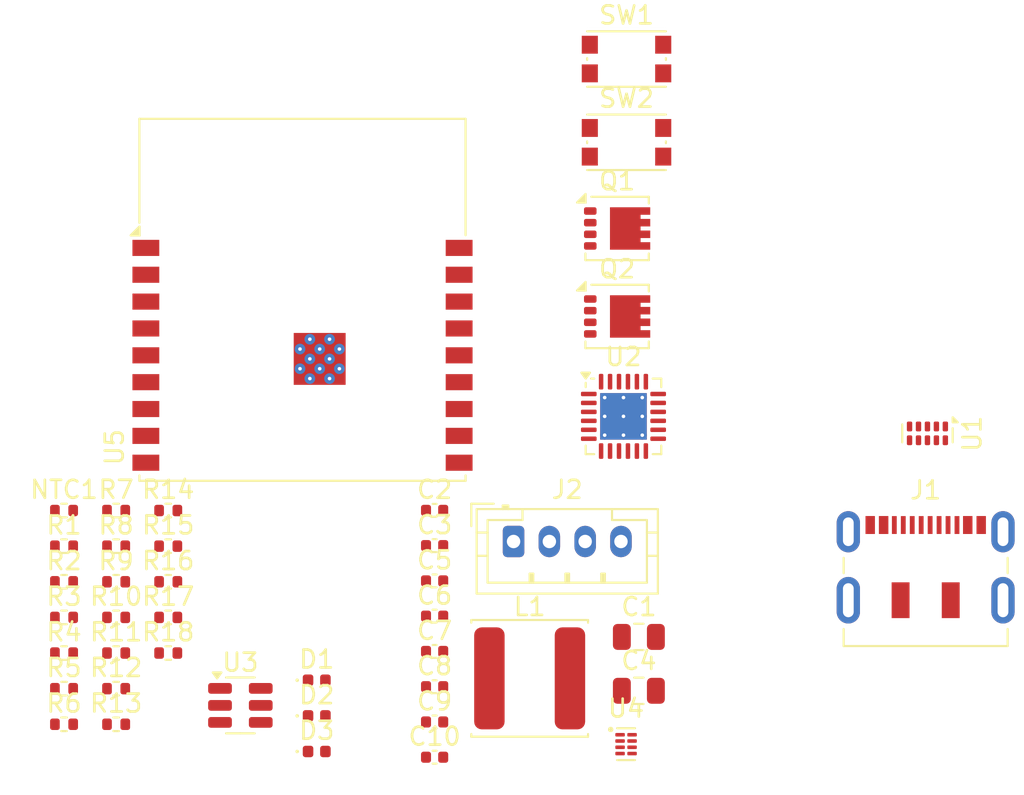
<source format=kicad_pcb>
(kicad_pcb (version 20240108) (generator "pcbnew") (generator_version "8.0")
  (layers (0 "F.Cu" signal) (31 "B.Cu" signal) (34 "B.Paste" user) (35 "F.Paste" user) (36 "B.SilkS" user "B.Silkscreen") (37 "F.SilkS" user "F.Silkscreen") (38 "B.Mask" user) (39 "F.Mask" user) (44 "Edge.Cuts" user))
  (net 0 "")
  (net 1 "Net-(U2-ISENP)")
  (net 2 "GND")
  (net 3 "Net-(U2-V18)")
  (net 4 "Net-(U2-IFB)")
  (net 5 "VCC")
  (net 6 "+5V")
  (net 7 "Net-(U4-EN)")
  (net 8 "+3V3")
  (net 9 "Net-(U3-SW)")
  (net 10 "Net-(U3-BST)")
  (net 11 "Net-(U5-EN)")
  (net 12 "Net-(D1-A)")
  (net 13 "Net-(D2-A)")
  (net 14 "Net-(D3-A)")
  (net 15 "Net-(J1-CC2)")
  (net 16 "Net-(U1-IO3)")
  (net 17 "Net-(U1-IO4)")
  (net 18 "Net-(J1-CC1)")
  (net 19 "RX")
  (net 20 "TX")
  (net 23 "Net-(U2-OTP)")
  (net 24 "Net-(Q1-D)")
  (net 25 "Net-(U2-VCC)")
  (net 26 "Net-(Q1-G)")
  (net 27 "D-")
  (net 28 "D+")
  (net 29 "Net-(U2-PWR_EN)")
  (net 30 "Net-(U2-LED)")
  (net 31 "Net-(U2-VOUT)")
  (net 32 "Net-(U2-SDA)")
  (net 33 "Net-(U2-SCL)")
  (net 34 "Net-(U4-SCL1)")
  (net 35 "Net-(U4-SDA1)")
  (net 36 "Net-(U5-IO2)")
  (net 37 "Net-(U5-IO8)")
  (net 38 "Net-(U5-IO9)")
  (footprint "Resistor_SMD:R_0402_1005Metric" (layer "F.Cu") (at 119.09 99.385)
    (property "Reference" "R18" (at 0 -1.17 0) (layer "F.SilkS"))
    (property "Value" "100k")
    (fp_line (start -0.153641 -0.38) (end 0.153641 -0.38) (stroke (width 0.12)) (layer "F.SilkS"))
    (fp_line (start -0.153641 0.38) (end 0.153641 0.38) (stroke (width 0.12)) (layer "F.SilkS"))
    (pad "1" smd roundrect (at -0.51 0) (size 0.54 0.64) (layers "F.Cu" "F.Paste" "F.Mask") (net 37 "Net-(U5-IO8)"))
    (pad "2" smd roundrect (at 0.51 0) (size 0.54 0.64) (layers "F.Cu" "F.Paste" "F.Mask") (net 8 "+3V3"))
  )
  (footprint "LED_SMD:LED_0402_1005Metric" (layer "F.Cu") (at 127.385 100.905)
    (property "Reference" "D1" (at 0 -1.17 0) (layer "F.SilkS"))
    (property "Value" "LED_Small")
    (fp_circle (center -1.09 0) (end -1.04 0) (stroke (width 0.1)) (fill none) (layer "F.SilkS"))
    (pad "1" smd roundrect (at -0.485 0) (size 0.59 0.64) (layers "F.Cu" "F.Paste" "F.Mask") (net 2 "GND"))
    (pad "2" smd roundrect (at 0.485 0) (size 0.59 0.64) (layers "F.Cu" "F.Paste" "F.Mask") (net 12 "Net-(D1-A)"))
  )
  (footprint "Capacitor_SMD:C_0805_2012Metric" (layer "F.Cu") (at 145.38 98.485)
    (property "Reference" "C1" (at 0 -1.68 0) (layer "F.SilkS"))
    (property "Value" "10u")
    (fp_line (start -0.261252 -0.735) (end 0.261252 -0.735) (stroke (width 0.12)) (layer "F.SilkS"))
    (fp_line (start -0.261252 0.735) (end 0.261252 0.735) (stroke (width 0.12)) (layer "F.SilkS"))
    (pad "1" smd roundrect (at -0.95 0) (size 1 1.45) (layers "F.Cu" "F.Paste" "F.Mask") (net 1 "Net-(U2-ISENP)"))
    (pad "2" smd roundrect (at 0.95 0) (size 1 1.45) (layers "F.Cu" "F.Paste" "F.Mask") (net 2 "GND"))
  )
  (footprint "Resistor_SMD:R_0402_1005Metric" (layer "F.Cu") (at 116.18 93.415)
    (property "Reference" "R8" (at 0 -1.17 0) (layer "F.SilkS"))
    (property "Value" "1k")
    (fp_line (start -0.153641 -0.38) (end 0.153641 -0.38) (stroke (width 0.12)) (layer "F.SilkS"))
    (fp_line (start -0.153641 0.38) (end 0.153641 0.38) (stroke (width 0.12)) (layer "F.SilkS"))
    (pad "1" smd roundrect (at -0.51 0) (size 0.54 0.64) (layers "F.Cu" "F.Paste" "F.Mask") (net 30 "Net-(U2-LED)"))
    (pad "2" smd roundrect (at 0.51 0) (size 0.54 0.64) (layers "F.Cu" "F.Paste" "F.Mask") (net 13 "Net-(D2-A)"))
  )
  (footprint "Capacitor_SMD:C_0402_1005Metric" (layer "F.Cu") (at 133.97 103.235)
    (property "Reference" "C9" (at 0 -1.16 0) (layer "F.SilkS"))
    (property "Value" "22u")
    (fp_line (start -0.107836 -0.36) (end 0.107836 -0.36) (stroke (width 0.12)) (layer "F.SilkS"))
    (fp_line (start -0.107836 0.36) (end 0.107836 0.36) (stroke (width 0.12)) (layer "F.SilkS"))
    (pad "1" smd roundrect (at -0.48 0) (size 0.56 0.62) (layers "F.Cu" "F.Paste" "F.Mask") (net 8 "+3V3"))
    (pad "2" smd roundrect (at 0.48 0) (size 0.56 0.62) (layers "F.Cu" "F.Paste" "F.Mask") (net 2 "GND"))
  )
  (footprint "Resistor_SMD:R_0402_1005Metric" (layer "F.Cu") (at 116.18 99.385)
    (property "Reference" "R11" (at 0 -1.17 0) (layer "F.SilkS"))
    (property "Value" "2.2k")
    (fp_line (start -0.153641 -0.38) (end 0.153641 -0.38) (stroke (width 0.12)) (layer "F.SilkS"))
    (fp_line (start -0.153641 0.38) (end 0.153641 0.38) (stroke (width 0.12)) (layer "F.SilkS"))
    (pad "1" smd roundrect (at -0.51 0) (size 0.54 0.64) (layers "F.Cu" "F.Paste" "F.Mask") (net 6 "+5V"))
    (pad "2" smd roundrect (at 0.51 0) (size 0.54 0.64) (layers "F.Cu" "F.Paste" "F.Mask") (net 33 "Net-(U2-SCL)"))
  )
  (footprint "Package_DFN_QFN:WQFN-24-1EP_4x4mm_P0.5mm_EP2.6x2.6mm_ThermalVias" (layer "F.Cu") (at 144.52 86.165)
    (property "Reference" "U2" (at 0 -3.33 0) (layer "F.SilkS"))
    (property "Value" "AP33772S")
    (fp_line (start -2.11 -1.635) (end -2.11 -1.87) (stroke (width 0.12)) (layer "F.SilkS"))
    (fp_line (start -2.11 2.11) (end -2.11 1.635) (stroke (width 0.12)) (layer "F.SilkS"))
    (fp_line (start -1.635 -2.11) (end -1.81 -2.11) (stroke (width 0.12)) (layer "F.SilkS"))
    (fp_line (start -1.635 2.11) (end -2.11 2.11) (stroke (width 0.12)) (layer "F.SilkS"))
    (fp_line (start 1.635 -2.11) (end 2.11 -2.11) (stroke (width 0.12)) (layer "F.SilkS"))
    (fp_line (start 1.635 2.11) (end 2.11 2.11) (stroke (width 0.12)) (layer "F.SilkS"))
    (fp_line (start 2.11 -2.11) (end 2.11 -1.635) (stroke (width 0.12)) (layer "F.SilkS"))
    (fp_line (start 2.11 2.11) (end 2.11 1.635) (stroke (width 0.12)) (layer "F.SilkS"))
    (fp_poly (pts (xy -2.11 -2.11) (xy -2.35 -2.44) (xy -1.87 -2.44) (xy -2.11 -2.11)) (stroke (width 0.12)) (fill solid) (layer "F.SilkS"))
    (pad "1" smd roundrect (at -1.9375 -1.25) (size 0.875 0.25) (layers "F.Cu" "F.Paste" "F.Mask") (net 1 "Net-(U2-ISENP)"))
    (pad "2" smd roundrect (at -1.9375 -0.75) (size 0.875 0.25) (layers "F.Cu" "F.Paste" "F.Mask"))
    (pad "3" smd roundrect (at -1.9375 -0.25) (size 0.875 0.25) (layers "F.Cu" "F.Paste" "F.Mask") (net 2 "GND"))
    (pad "4" smd roundrect (at -1.9375 0.25) (size 0.875 0.25) (layers "F.Cu" "F.Paste" "F.Mask") (net 32 "Net-(U2-SDA)"))
    (pad "5" smd roundrect (at -1.9375 0.75) (size 0.875 0.25) (layers "F.Cu" "F.Paste" "F.Mask") (net 33 "Net-(U2-SCL)"))
    (pad "6" smd roundrect (at -1.9375 1.25) (size 0.875 0.25) (layers "F.Cu" "F.Paste" "F.Mask"))
    (pad "7" smd roundrect (at -1.25 1.9375) (size 0.25 0.875) (layers "F.Cu" "F.Paste" "F.Mask"))
    (pad "8" smd roundrect (at -0.75 1.9375) (size 0.25 0.875) (layers "F.Cu" "F.Paste" "F.Mask") (net 30 "Net-(U2-LED)"))
    (pad "9" smd roundrect (at -0.25 1.9375) (size 0.25 0.875) (layers "F.Cu" "F.Paste" "F.Mask"))
    (pad "10" smd roundrect (at 0.25 1.9375) (size 0.25 0.875) (layers "F.Cu" "F.Paste" "F.Mask"))
    (pad "11" smd roundrect (at 0.75 1.9375) (size 0.25 0.875) (layers "F.Cu" "F.Paste" "F.Mask"))
    (pad "12" smd roundrect (at 1.25 1.9375) (size 0.25 0.875) (layers "F.Cu" "F.Paste" "F.Mask") (net 3 "Net-(U2-V18)"))
    (pad "13" smd roundrect (at 1.9375 1.25) (size 0.875 0.25) (layers "F.Cu" "F.Paste" "F.Mask") (net 23 "Net-(U2-OTP)"))
    (pad "14" smd roundrect (at 1.9375 0.75) (size 0.875 0.25) (layers "F.Cu" "F.Paste" "F.Mask"))
    (pad "15" smd roundrect (at 1.9375 0.25) (size 0.875 0.25) (layers "F.Cu" "F.Paste" "F.Mask") (net 4 "Net-(U2-IFB)"))
    (pad "16" smd roundrect (at 1.9375 -0.25) (size 0.875 0.25) (layers "F.Cu" "F.Paste" "F.Mask") (net 15 "Net-(J1-CC2)"))
    (pad "17" smd roundrect (at 1.9375 -0.75) (size 0.875 0.25) (layers "F.Cu" "F.Paste" "F.Mask") (net 18 "Net-(J1-CC1)"))
    (pad "18" smd roundrect (at 1.9375 -1.25) (size 0.875 0.25) (layers "F.Cu" "F.Paste" "F.Mask") (net 27 "D-"))
    (pad "19" smd roundrect (at 1.25 -1.9375) (size 0.25 0.875) (layers "F.Cu" "F.Paste" "F.Mask") (net 28 "D+"))
    (pad "20" smd roundrect (at 0.75 -1.9375) (size 0.25 0.875) (layers "F.Cu" "F.Paste" "F.Mask") (net 6 "+5V"))
    (pad "21" smd roundrect (at 0.25 -1.9375) (size 0.25 0.875) (layers "F.Cu" "F.Paste" "F.Mask"))
    (pad "22" smd roundrect (at -0.25 -1.9375) (size 0.25 0.875) (layers "F.Cu" "F.Paste" "F.Mask") (net 31 "Net-(U2-VOUT)"))
    (pad "23" smd roundrect (at -0.75 -1.9375) (size 0.25 0.875) (layers "F.Cu" "F.Paste" "F.Mask") (net 29 "Net-(U2-PWR_EN)"))
    (pad "24" smd roundrect (at -1.25 -1.9375) (size 0.25 0.875) (layers "F.Cu" "F.Paste" "F.Mask") (net 25 "Net-(U2-VCC)"))
    (pad "25" thru_hole circle (at -1.05 -1.05) (size 0.5 0.5) (drill 0.2) (property pad_prop_heatsink) (layers "*.Cu") (net 2 "GND"))
    (pad "25" thru_hole circle (at -1.05 0) (size 0.5 0.5) (drill 0.2) (property pad_prop_heatsink) (layers "*.Cu") (net 2 "GND"))
    (pad "25" thru_hole circle (at -1.05 1.05) (size 0.5 0.5) (drill 0.2) (property pad_prop_heatsink) (layers "*.Cu") (net 2 "GND"))
    (pad "25" thru_hole circle (at 0 -1.05) (size 0.5 0.5) (drill 0.2) (property pad_prop_heatsink) (layers "*.Cu") (net 2 "GND"))
    (pad "25" thru_hole circle (at 0 0) (size 0.5 0.5) (drill 0.2) (property pad_prop_heatsink) (layers "*.Cu") (net 2 "GND"))
    (pad "25" smd rect (at 0 0) (size 2.6 2.6) (property pad_prop_heatsink) (layers "F.Cu" "F.Mask") (net 2 "GND"))
    (pad "25" smd rect (at 0 0) (size 2.6 2.6) (property pad_prop_heatsink) (layers "B.Cu") (net 2 "GND"))
    (pad "25" thru_hole circle (at 0 1.05) (size 0.5 0.5) (drill 0.2) (property pad_prop_heatsink) (layers "*.Cu") (net 2 "GND"))
    (pad "25" thru_hole circle (at 1.05 -1.05) (size 0.5 0.5) (drill 0.2) (property pad_prop_heatsink) (layers "*.Cu") (net 2 "GND"))
    (pad "25" thru_hole circle (at 1.05 0) (size 0.5 0.5) (drill 0.2) (property pad_prop_heatsink) (layers "*.Cu") (net 2 "GND"))
    (pad "25" thru_hole circle (at 1.05 1.05) (size 0.5 0.5) (drill 0.2) (property pad_prop_heatsink) (layers "*.Cu") (net 2 "GND"))
  )
  (footprint "Resistor_SMD:R_0402_1005Metric" (layer "F.Cu") (at 113.27 99.385)
    (property "Reference" "R4" (at 0 -1.17 0) (layer "F.SilkS"))
    (property "Value" "5.1k")
    (fp_line (start -0.153641 -0.38) (end 0.153641 -0.38) (stroke (width 0.12)) (layer "F.SilkS"))
    (fp_line (start -0.153641 0.38) (end 0.153641 0.38) (stroke (width 0.12)) (layer "F.SilkS"))
    (pad "1" smd roundrect (at -0.51 0) (size 0.54 0.64) (layers "F.Cu" "F.Paste" "F.Mask") (net 18 "Net-(J1-CC1)"))
    (pad "2" smd roundrect (at 0.51 0) (size 0.54 0.64) (layers "F.Cu" "F.Paste" "F.Mask") (net 2 "GND"))
  )
  (footprint "Resistor_SMD:R_0402_1005Metric" (layer "F.Cu") (at 113.27 91.425)
    (property "Reference" "NTC1" (at 0 -1.17 0) (layer "F.SilkS"))
    (property "Value" "10k@25C")
    (fp_line (start -0.153641 -0.38) (end 0.153641 -0.38) (stroke (width 0.12)) (layer "F.SilkS"))
    (fp_line (start -0.153641 0.38) (end 0.153641 0.38) (stroke (width 0.12)) (layer "F.SilkS"))
    (pad "1" smd roundrect (at -0.51 0) (size 0.54 0.64) (layers "F.Cu" "F.Paste" "F.Mask") (net 23 "Net-(U2-OTP)"))
    (pad "2" smd roundrect (at 0.51 0) (size 0.54 0.64) (layers "F.Cu" "F.Paste" "F.Mask") (net 2 "GND"))
  )
  (footprint "Capacitor_SMD:C_0805_2012Metric" (layer "F.Cu") (at 145.38 101.495)
    (property "Reference" "C4" (at 0 -1.68 0) (layer "F.SilkS"))
    (property "Value" "10u")
    (fp_line (start -0.261252 -0.735) (end 0.261252 -0.735) (stroke (width 0.12)) (layer "F.SilkS"))
    (fp_line (start -0.261252 0.735) (end 0.261252 0.735) (stroke (width 0.12)) (layer "F.SilkS"))
    (pad "1" smd roundrect (at -0.95 0) (size 1 1.45) (layers "F.Cu" "F.Paste" "F.Mask") (net 5 "VCC"))
    (pad "2" smd roundrect (at 0.95 0) (size 1 1.45) (layers "F.Cu" "F.Paste" "F.Mask") (net 2 "GND"))
  )
  (footprint "Resistor_SMD:R_0402_1005Metric" (layer "F.Cu") (at 116.18 95.405)
    (property "Reference" "R9" (at 0 -1.17 0) (layer "F.SilkS"))
    (property "Value" "100")
    (fp_line (start -0.153641 -0.38) (end 0.153641 -0.38) (stroke (width 0.12)) (layer "F.SilkS"))
    (fp_line (start -0.153641 0.38) (end 0.153641 0.38) (stroke (width 0.12)) (layer "F.SilkS"))
    (pad "1" smd roundrect (at -0.51 0) (size 0.54 0.64) (layers "F.Cu" "F.Paste" "F.Mask") (net 5 "VCC"))
    (pad "2" smd roundrect (at 0.51 0) (size 0.54 0.64) (layers "F.Cu" "F.Paste" "F.Mask") (net 31 "Net-(U2-VOUT)"))
  )
  (footprint "Connector_JST:JST_PH_B4B-PH-K_1x04_P2.00mm_Vertical" (layer "F.Cu") (at 138.38 93.155)
    (property "Reference" "J2" (at 3 -2.9 0) (layer "F.SilkS"))
    (property "Value" "UART")
    (fp_line (start -2.36 -2.11) (end -2.36 -0.86) (stroke (width 0.12)) (layer "F.SilkS"))
    (fp_line (start -2.06 -1.81) (end -2.06 2.91) (stroke (width 0.12)) (layer "F.SilkS"))
    (fp_line (start -2.06 -0.5) (end -1.45 -0.5) (stroke (width 0.12)) (layer "F.SilkS"))
    (fp_line (start -2.06 0.8) (end -1.45 0.8) (stroke (width 0.12)) (layer "F.SilkS"))
    (fp_line (start -2.06 2.91) (end 8.06 2.91) (stroke (width 0.12)) (layer "F.SilkS"))
    (fp_line (start -1.45 -1.2) (end -1.45 2.3) (stroke (width 0.12)) (layer "F.SilkS"))
    (fp_line (start -1.45 2.3) (end 7.45 2.3) (stroke (width 0.12)) (layer "F.SilkS"))
    (fp_line (start -1.11 -2.11) (end -2.36 -2.11) (stroke (width 0.12)) (layer "F.SilkS"))
    (fp_line (start -0.6 -2.01) (end -0.6 -1.81) (stroke (width 0.12)) (layer "F.SilkS"))
    (fp_line (start -0.3 -2.01) (end -0.6 -2.01) (stroke (width 0.12)) (layer "F.SilkS"))
    (fp_line (start -0.3 -1.91) (end -0.6 -1.91) (stroke (width 0.12)) (layer "F.SilkS"))
    (fp_line (start -0.3 -1.81) (end -0.3 -2.01) (stroke (width 0.12)) (layer "F.SilkS"))
    (fp_line (start 0.5 -1.81) (end 0.5 -1.2) (stroke (width 0.12)) (layer "F.SilkS"))
    (fp_line (start 0.5 -1.2) (end -1.45 -1.2) (stroke (width 0.12)) (layer "F.SilkS"))
    (fp_line (start 0.9 1.8) (end 1.1 1.8) (stroke (width 0.12)) (layer "F.SilkS"))
    (fp_line (start 0.9 2.3) (end 0.9 1.8) (stroke (width 0.12)) (layer "F.SilkS"))
    (fp_line (start 1 2.3) (end 1 1.8) (stroke (width 0.12)) (layer "F.SilkS"))
    (fp_line (start 1.1 1.8) (end 1.1 2.3) (stroke (width 0.12)) (layer "F.SilkS"))
    (fp_line (start 2.9 1.8) (end 3.1 1.8) (stroke (width 0.12)) (layer "F.SilkS"))
    (fp_line (start 2.9 2.3) (end 2.9 1.8) (stroke (width 0.12)) (layer "F.SilkS"))
    (fp_line (start 3 2.3) (end 3 1.8) (stroke (width 0.12)) (layer "F.SilkS"))
    (fp_line (start 3.1 1.8) (end 3.1 2.3) (stroke (width 0.12)) (layer "F.SilkS"))
    (fp_line (start 4.9 1.8) (end 5.1 1.8) (stroke (width 0.12)) (layer "F.SilkS"))
    (fp_line (start 4.9 2.3) (end 4.9 1.8) (stroke (width 0.12)) (layer "F.SilkS"))
    (fp_line (start 5 2.3) (end 5 1.8) (stroke (width 0.12)) (layer "F.SilkS"))
    (fp_line (start 5.1 1.8) (end 5.1 2.3) (stroke (width 0.12)) (layer "F.SilkS"))
    (fp_line (start 5.5 -1.2) (end 5.5 -1.81) (stroke (width 0.12)) (layer "F.SilkS"))
    (fp_line (start 7.45 -1.2) (end 5.5 -1.2) (stroke (width 0.12)) (layer "F.SilkS"))
    (fp_line (start 7.45 2.3) (end 7.45 -1.2) (stroke (width 0.12)) (layer "F.SilkS"))
    (fp_line (start 8.06 -1.81) (end -2.06 -1.81) (stroke (width 0.12)) (layer "F.SilkS"))
    (fp_line (start 8.06 -0.5) (end 7.45 -0.5) (stroke (width 0.12)) (layer "F.SilkS"))
    (fp_line (start 8.06 0.8) (end 7.45 0.8) (stroke (width 0.12)) (layer "F.SilkS"))
    (fp_line (start 8.06 2.91) (end 8.06 -1.81) (stroke (width 0.12)) (layer "F.SilkS"))
    (pad "1" thru_hole roundrect (at 0 0) (size 1.2 1.75) (drill 0.75) (layers "*.Cu" "*.Mask") (roundrect_rratio 0.208333))
    (pad "2" thru_hole oval (at 2 0) (size 1.2 1.75) (drill 0.75) (layers "*.Cu" "*.Mask") (net 19 "RX"))
    (pad "3" thru_hole oval (at 4 0) (size 1.2 1.75) (drill 0.75) (layers "*.Cu" "*.Mask") (net 20 "TX"))
    (pad "4" thru_hole oval (at 6 0) (size 1.2 1.75) (drill 0.75) (layers "*.Cu" "*.Mask"))
  )
  (footprint "Resistor_SMD:R_0402_1005Metric" (layer "F.Cu") (at 119.09 93.415)
    (property "Reference" "R15" (at 0 -1.17 0) (layer "F.SilkS"))
    (property "Value" "4.7k")
    (fp_line (start -0.153641 -0.38) (end 0.153641 -0.38) (stroke (width 0.12)) (layer "F.SilkS"))
    (fp_line (start -0.153641 0.38) (end 0.153641 0.38) (stroke (width 0.12)) (layer "F.SilkS"))
    (pad "1" smd roundrect (at -0.51 0) (size 0.54 0.64) (layers "F.Cu" "F.Paste" "F.Mask") (net 8 "+3V3"))
    (pad "2" smd roundrect (at 0.51 0) (size 0.54 0.64) (layers "F.Cu" "F.Paste" "F.Mask") (net 14 "Net-(D3-A)"))
  )
  (footprint "Capacitor_SMD:C_0402_1005Metric" (layer "F.Cu") (at 133.97 91.415)
    (property "Reference" "C2" (at 0 -1.16 0) (layer "F.SilkS"))
    (property "Value" "100n")
    (fp_line (start -0.107836 -0.36) (end 0.107836 -0.36) (stroke (width 0.12)) (layer "F.SilkS"))
    (fp_line (start -0.107836 0.36) (end 0.107836 0.36) (stroke (width 0.12)) (layer "F.SilkS"))
    (pad "1" smd roundrect (at -0.48 0) (size 0.56 0.62) (layers "F.Cu" "F.Paste" "F.Mask") (net 3 "Net-(U2-V18)"))
    (pad "2" smd roundrect (at 0.48 0) (size 0.56 0.62) (layers "F.Cu" "F.Paste" "F.Mask") (net 2 "GND"))
  )
  (footprint "Package_SON:Diodes_PowerDI3333-8" (layer "F.Cu") (at 144.165 80.585)
    (property "Reference" "Q2" (at 0 -2.65 0) (layer "F.SilkS"))
    (property "Value" "DMN3009SFG")
    (fp_line (start -1.77 1.77) (end -1.77 1.4) (stroke (width 0.12)) (layer "F.SilkS"))
    (fp_line (start -1.77 1.77) (end 1.77 1.77) (stroke (width 0.12)) (layer "F.SilkS"))
    (fp_line (start 1.77 -1.77) (end -1.44 -1.77) (stroke (width 0.12)) (layer "F.SilkS"))
    (fp_line (start 1.77 -1.77) (end 1.77 -1.4) (stroke (width 0.12)) (layer "F.SilkS"))
    (fp_line (start 1.77 1.77) (end 1.77 1.4) (stroke (width 0.12)) (layer "F.SilkS"))
    (fp_poly (pts (xy -1.76 -1.45) (xy -2.24 -1.45) (xy -1.76 -1.93) (xy -1.76 -1.45)) (stroke (width 0.12)) (fill solid) (layer "F.SilkS"))
    (pad "1" smd roundrect (at -1.5 -0.975) (size 0.7 0.42) (layers "F.Cu" "F.Paste" "F.Mask") (net 5 "VCC"))
    (pad "2" smd roundrect (at -1.5 -0.325) (size 0.7 0.42) (layers "F.Cu" "F.Paste" "F.Mask") (net 5 "VCC"))
    (pad "3" smd roundrect (at -1.5 0.325) (size 0.7 0.42) (layers "F.Cu" "F.Paste" "F.Mask") (net 5 "VCC"))
    (pad "4" smd roundrect (at -1.5 0.975) (size 0.7 0.42) (layers "F.Cu" "F.Paste" "F.Mask") (net 26 "Net-(Q1-G)"))
    (pad "5" smd custom (at 0.455 0) (size 1.71 2.37) (layers "F.Cu" "F.Mask") (net 24 "Net-(Q1-D)") (options (clearance outline) (anchor rect)) (primitives (gr_poly (pts (xy 1.395 1.185) (xy 0.855 1.185) (xy 0.855 0.765) (xy 1.395 0.765)) (width 0) (fill yes)) (gr_poly (pts (xy 1.395 0.535) (xy 0.855 0.535) (xy 0.855 0.115) (xy 1.395 0.115)) (width 0) (fill yes)) (gr_poly (pts (xy 1.395 -0.115) (xy 0.855 -0.115) (xy 0.855 -0.535) (xy 1.395 -0.535)) (width 0) (fill yes)) (gr_poly (pts (xy 1.395 -0.765) (xy 0.855 -0.765) (xy 0.855 -1.185) (xy 1.395 -1.185)) (width 0) (fill yes))))
  )
  (footprint "Resistor_SMD:R_0402_1005Metric" (layer "F.Cu") (at 113.27 93.415)
    (property "Reference" "R1" (at 0 -1.17 0) (layer "F.SilkS"))
    (property "Value" "0")
    (fp_line (start -0.153641 -0.38) (end 0.153641 -0.38) (stroke (width 0.12)) (layer "F.SilkS"))
    (fp_line (start -0.153641 0.38) (end 0.153641 0.38) (stroke (width 0.12)) (layer "F.SilkS"))
    (pad "1" smd roundrect (at -0.51 0) (size 0.54 0.64) (layers "F.Cu" "F.Paste" "F.Mask") (net 16 "Net-(U1-IO3)"))
    (pad "2" smd roundrect (at 0.51 0) (size 0.54 0.64) (layers "F.Cu" "F.Paste" "F.Mask") (net 27 "D-"))
  )
  (footprint "LED_SMD:LED_0402_1005Metric" (layer "F.Cu") (at 127.385 102.895)
    (property "Reference" "D2" (at 0 -1.17 0) (layer "F.SilkS"))
    (property "Value" "LED_Small")
    (fp_circle (center -1.09 0) (end -1.04 0) (stroke (width 0.1)) (fill none) (layer "F.SilkS"))
    (pad "1" smd roundrect (at -0.485 0) (size 0.59 0.64) (layers "F.Cu" "F.Paste" "F.Mask") (net 2 "GND"))
    (pad "2" smd roundrect (at 0.485 0) (size 0.59 0.64) (layers "F.Cu" "F.Paste" "F.Mask") (net 13 "Net-(D2-A)"))
  )
  (footprint "Package_SON:USON-10_2.5x1.0mm_P0.5mm" (layer "F.Cu") (at 161.5 87.115 -90)
    (property "Reference" "U1" (at 0.01829 -2.5 90) (layer "F.SilkS"))
    (property "Value" "TPD4E02B04DQA")
    (fp_line (start 0.5 1.41) (end -0.5 1.41) (stroke (width 0.12)) (layer "F.SilkS"))
    (fp_line (start 0.5 -1.41) (end -0.29 -1.41) (stroke (width 0.12)) (layer "F.SilkS"))
    (fp_poly (pts (xy -0.62 -1.41) (xy -0.9 -1.41) (xy -0.62 -1.69) (xy -0.62 -1.41)) (stroke (width 0.12)) (fill solid) (layer "F.SilkS"))
    (pad "1" smd roundrect (at -0.385 -1 180) (size 0.3 0.55) (layers "F.Cu" "F.Paste" "F.Mask") (net 18 "Net-(J1-CC1)"))
    (pad "2" smd roundrect (at -0.385 -0.5 180) (size 0.3 0.55) (layers "F.Cu" "F.Paste" "F.Mask") (net 15 "Net-(J1-CC2)"))
    (pad "3" smd roundrect (at -0.385 0 180) (size 0.3 0.55) (layers "F.Cu" "F.Paste" "F.Mask") (net 2 "GND"))
    (pad "4" smd roundrect (at -0.385 0.5 180) (size 0.3 0.55) (layers "F.Cu" "F.Paste" "F.Mask") (net 16 "Net-(U1-IO3)"))
    (pad "5" smd roundrect (at -0.385 1 180) (size 0.3 0.55) (layers "F.Cu" "F.Paste" "F.Mask") (net 17 "Net-(U1-IO4)"))
    (pad "6" smd roundrect (at 0.385 1 180) (size 0.3 0.55) (layers "F.Cu" "F.Paste" "F.Mask") (net 17 "Net-(U1-IO4)"))
    (pad "7" smd roundrect (at 0.385 0.5 180) (size 0.3 0.55) (layers "F.Cu" "F.Paste" "F.Mask") (net 16 "Net-(U1-IO3)"))
    (pad "8" smd roundrect (at 0.385 0 180) (size 0.3 0.55) (layers "F.Cu" "F.Paste" "F.Mask") (net 2 "GND"))
    (pad "9" smd roundrect (at 0.385 -0.5 180) (size 0.3 0.55) (layers "F.Cu" "F.Paste" "F.Mask") (net 15 "Net-(J1-CC2)"))
    (pad "10" smd roundrect (at 0.385 -1 180) (size 0.3 0.55) (layers "F.Cu" "F.Paste" "F.Mask") (net 18 "Net-(J1-CC1)"))
  )
  (footprint "Capacitor_SMD:C_0402_1005Metric" (layer "F.Cu") (at 133.97 95.355)
    (property "Reference" "C5" (at 0 -1.16 0) (layer "F.SilkS"))
    (property "Value" "1u")
    (fp_line (start -0.107836 -0.36) (end 0.107836 -0.36) (stroke (width 0.12)) (layer "F.SilkS"))
    (fp_line (start -0.107836 0.36) (end 0.107836 0.36) (stroke (width 0.12)) (layer "F.SilkS"))
    (pad "1" smd roundrect (at -0.48 0) (size 0.56 0.62) (layers "F.Cu" "F.Paste" "F.Mask") (net 6 "+5V"))
    (pad "2" smd roundrect (at 0.48 0) (size 0.56 0.62) (layers "F.Cu" "F.Paste" "F.Mask") (net 2 "GND"))
  )
  (footprint "Resistor_SMD:R_0402_1005Metric" (layer "F.Cu") (at 119.09 97.395)
    (property "Reference" "R17" (at 0 -1.17 0) (layer "F.SilkS"))
    (property "Value" "100k")
    (fp_line (start -0.153641 -0.38) (end 0.153641 -0.38) (stroke (width 0.12)) (layer "F.SilkS"))
    (fp_line (start -0.153641 0.38) (end 0.153641 0.38) (stroke (width 0.12)) (layer "F.SilkS"))
    (pad "1" smd roundrect (at -0.51 0) (size 0.54 0.64) (layers "F.Cu" "F.Paste" "F.Mask") (net 36 "Net-(U5-IO2)"))
    (pad "2" smd roundrect (at 0.51 0) (size 0.54 0.64) (layers "F.Cu" "F.Paste" "F.Mask") (net 8 "+3V3"))
  )
  (footprint "Resistor_SMD:R_0402_1005Metric" (layer "F.Cu") (at 113.27 97.395)
    (property "Reference" "R3" (at 0 -1.17 0) (layer "F.SilkS"))
    (property "Value" "100k")
    (fp_line (start -0.153641 -0.38) (end 0.153641 -0.38) (stroke (width 0.12)) (layer "F.SilkS"))
    (fp_line (start -0.153641 0.38) (end 0.153641 0.38) (stroke (width 0.12)) (layer "F.SilkS"))
    (pad "1" smd roundrect (at -0.51 0) (size 0.54 0.64) (layers "F.Cu" "F.Paste" "F.Mask") (net 1 "Net-(U2-ISENP)"))
    (pad "2" smd roundrect (at 0.51 0) (size 0.54 0.64) (layers "F.Cu" "F.Paste" "F.Mask") (net 12 "Net-(D1-A)"))
  )
  (footprint "Resistor_SMD:R_0402_1005Metric" (layer "F.Cu") (at 113.27 95.405)
    (property "Reference" "R2" (at 0 -1.17 0) (layer "F.SilkS"))
    (property "Value" "0")
    (fp_line (start -0.153641 -0.38) (end 0.153641 -0.38) (stroke (width 0.12)) (layer "F.SilkS"))
    (fp_line (start -0.153641 0.38) (end 0.153641 0.38) (stroke (width 0.12)) (layer "F.SilkS"))
    (pad "1" smd roundrect (at -0.51 0) (size 0.54 0.64) (layers "F.Cu" "F.Paste" "F.Mask") (net 17 "Net-(U1-IO4)"))
    (pad "2" smd roundrect (at 0.51 0) (size 0.54 0.64) (layers "F.Cu" "F.Paste" "F.Mask") (net 28 "D+"))
  )
  (footprint "Capacitor_SMD:C_0402_1005Metric" (layer "F.Cu") (at 133.97 101.265)
    (property "Reference" "C8" (at 0 -1.16 0) (layer "F.SilkS"))
    (property "Value" "100n")
    (fp_line (start -0.107836 -0.36) (end 0.107836 -0.36) (stroke (width 0.12)) (layer "F.SilkS"))
    (fp_line (start -0.107836 0.36) (end 0.107836 0.36) (stroke (width 0.12)) (layer "F.SilkS"))
    (pad "1" smd roundrect (at -0.48 0) (size 0.56 0.62) (layers "F.Cu" "F.Paste" "F.Mask") (net 10 "Net-(U3-BST)"))
    (pad "2" smd roundrect (at 0.48 0) (size 0.56 0.62) (layers "F.Cu" "F.Paste" "F.Mask") (net 9 "Net-(U3-SW)"))
  )
  (footprint "Capacitor_SMD:C_0402_1005Metric" (layer "F.Cu") (at 133.97 93.385)
    (property "Reference" "C3" (at 0 -1.16 0) (layer "F.SilkS"))
    (property "Value" "100n")
    (fp_line (start -0.107836 -0.36) (end 0.107836 -0.36) (stroke (width 0.12)) (layer "F.SilkS"))
    (fp_line (start -0.107836 0.36) (end 0.107836 0.36) (stroke (width 0.12)) (layer "F.SilkS"))
    (pad "1" smd roundrect (at -0.48 0) (size 0.56 0.62) (layers "F.Cu" "F.Paste" "F.Mask") (net 4 "Net-(U2-IFB)"))
    (pad "2" smd roundrect (at 0.48 0) (size 0.56 0.62) (layers "F.Cu" "F.Paste" "F.Mask") (net 2 "GND"))
  )
  (footprint "LED_SMD:LED_0402_1005Metric" (layer "F.Cu") (at 127.385 104.885)
    (property "Reference" "D3" (at 0 -1.17 0) (layer "F.SilkS"))
    (property "Value" "LED_Small")
    (fp_circle (center -1.09 0) (end -1.04 0) (stroke (width 0.1)) (fill none) (layer "F.SilkS"))
    (pad "1" smd roundrect (at -0.485 0) (size 0.59 0.64) (layers "F.Cu" "F.Paste" "F.Mask") (net 2 "GND"))
    (pad "2" smd roundrect (at 0.485 0) (size 0.59 0.64) (layers "F.Cu" "F.Paste" "F.Mask") (net 14 "Net-(D3-A)"))
  )
  (footprint "Resistor_SMD:R_0402_1005Metric" (layer "F.Cu") (at 116.18 103.365)
    (property "Reference" "R13" (at 0 -1.17 0) (layer "F.SilkS"))
    (property "Value" "2.2k")
    (fp_line (start -0.153641 -0.38) (end 0.153641 -0.38) (stroke (width 0.12)) (layer "F.SilkS"))
    (fp_line (start -0.153641 0.38) (end 0.153641 0.38) (stroke (width 0.12)) (layer "F.SilkS"))
    (pad "1" smd roundrect (at -0.51 0) (size 0.54 0.64) (layers "F.Cu" "F.Paste" "F.Mask") (net 8 "+3V3"))
    (pad "2" smd roundrect (at 0.51 0) (size 0.54 0.64) (layers "F.Cu" "F.Paste" "F.Mask") (net 34 "Net-(U4-SCL1)"))
  )
  (footprint "Package_SON:Diodes_PowerDI3333-8" (layer "F.Cu") (at 144.165 75.67)
    (property "Reference" "Q1" (at 0 -2.65 0) (layer "F.SilkS"))
    (property "Value" "DMN3009SFG")
    (fp_line (start -1.77 1.77) (end -1.77 1.4) (stroke (width 0.12)) (layer "F.SilkS"))
    (fp_line (start -1.77 1.77) (end 1.77 1.77) (stroke (width 0.12)) (layer "F.SilkS"))
    (fp_line (start 1.77 -1.77) (end -1.44 -1.77) (stroke (width 0.12)) (layer "F.SilkS"))
    (fp_line (start 1.77 -1.77) (end 1.77 -1.4) (stroke (width 0.12)) (layer "F.SilkS"))
    (fp_line (start 1.77 1.77) (end 1.77 1.4) (stroke (width 0.12)) (layer "F.SilkS"))
    (fp_poly (pts (xy -1.76 -1.45) (xy -2.24 -1.45) (xy -1.76 -1.93) (xy -1.76 -1.45)) (stroke (width 0.12)) (fill solid) (layer "F.SilkS"))
    (pad "1" smd roundrect (at -1.5 -0.975) (size 0.7 0.42) (layers "F.Cu" "F.Paste" "F.Mask") (net 25 "Net-(U2-VCC)"))
    (pad "2" smd roundrect (at -1.5 -0.325) (size 0.7 0.42) (layers "F.Cu" "F.Paste" "F.Mask") (net 25 "Net-(U2-VCC)"))
    (pad "3" smd roundrect (at -1.5 0.325) (size 0.7 0.42) (layers "F.Cu" "F.Paste" "F.Mask") (net 25 "Net-(U2-VCC)"))
    (pad "4" smd roundrect (at -1.5 0.975) (size 0.7 0.42) (layers "F.Cu" "F.Paste" "F.Mask") (net 26 "Net-(Q1-G)"))
    (pad "5" smd custom (at 0.455 0) (size 1.71 2.37) (layers "F.Cu" "F.Mask") (net 24 "Net-(Q1-D)") (options (clearance outline) (anchor rect)) (primitives (gr_poly (pts (xy 1.395 1.185) (xy 0.855 1.185) (xy 0.855 0.765) (xy 1.395 0.765)) (width 0) (fill yes)) (gr_poly (pts (xy 1.395 0.535) (xy 0.855 0.535) (xy 0.855 0.115) (xy 1.395 0.115)) (width 0) (fill yes)) (gr_poly (pts (xy 1.395 -0.115) (xy 0.855 -0.115) (xy 0.855 -0.535) (xy 1.395 -0.535)) (width 0) (fill yes)) (gr_poly (pts (xy 1.395 -0.765) (xy 0.855 -0.765) (xy 0.855 -1.185) (xy 1.395 -1.185)) (width 0) (fill yes))))
  )
  (footprint "Capacitor_SMD:C_0402_1005Metric" (layer "F.Cu") (at 133.97 97.325)
    (property "Reference" "C6" (at 0 -1.16 0) (layer "F.SilkS"))
    (property "Value" "100p")
    (fp_line (start -0.107836 -0.36) (end 0.107836 -0.36) (stroke (width 0.12)) (layer "F.SilkS"))
    (fp_line (start -0.107836 0.36) (end 0.107836 0.36) (stroke (width 0.12)) (layer "F.SilkS"))
    (pad "1" smd roundrect (at -0.48 0) (size 0.56 0.62) (layers "F.Cu" "F.Paste" "F.Mask") (net 7 "Net-(U4-EN)"))
    (pad "2" smd roundrect (at 0.48 0) (size 0.56 0.62) (layers "F.Cu" "F.Paste" "F.Mask") (net 2 "GND"))
  )
  (footprint "Package_TO_SOT_SMD:TSOT-23-6" (layer "F.Cu") (at 123.12 102.31)
    (property "Reference" "U3" (at 0 -2.4 0) (layer "F.SilkS"))
    (property "Value" "AP63203WU")
    (fp_line (start 0 -1.56) (end -0.8 -1.56) (stroke (width 0.12)) (layer "F.SilkS"))
    (fp_line (start 0 -1.56) (end 0.8 -1.56) (stroke (width 0.12)) (layer "F.SilkS"))
    (fp_line (start 0 1.56) (end -0.8 1.56) (stroke (width 0.12)) (layer "F.SilkS"))
    (fp_line (start 0 1.56) (end 0.8 1.56) (stroke (width 0.12)) (layer "F.SilkS"))
    (fp_poly (pts (xy -1.3 -1.51) (xy -1.54 -1.84) (xy -1.06 -1.84) (xy -1.3 -1.51)) (stroke (width 0.12)) (fill solid) (layer "F.SilkS"))
    (pad "1" smd roundrect (at -1.1375 -0.95) (size 1.325 0.6) (layers "F.Cu" "F.Paste" "F.Mask") (net 8 "+3V3"))
    (pad "2" smd roundrect (at -1.1375 0) (size 1.325 0.6) (layers "F.Cu" "F.Paste" "F.Mask") (net 5 "VCC"))
    (pad "3" smd roundrect (at -1.1375 0.95) (size 1.325 0.6) (layers "F.Cu" "F.Paste" "F.Mask") (net 5 "VCC"))
    (pad "4" smd roundrect (at 1.1375 0.95) (size 1.325 0.6) (layers "F.Cu" "F.Paste" "F.Mask") (net 2 "GND"))
    (pad "5" smd roundrect (at 1.1375 0) (size 1.325 0.6) (layers "F.Cu" "F.Paste" "F.Mask") (net 9 "Net-(U3-SW)"))
    (pad "6" smd roundrect (at 1.1375 -0.95) (size 1.325 0.6) (layers "F.Cu" "F.Paste" "F.Mask") (net 10 "Net-(U3-BST)"))
  )
  (footprint "Capacitor_SMD:C_0402_1005Metric" (layer "F.Cu") (at 133.97 105.205)
    (property "Reference" "C10" (at 0 -1.16 0) (layer "F.SilkS"))
    (property "Value" "100n")
    (fp_line (start -0.107836 -0.36) (end 0.107836 -0.36) (stroke (width 0.12)) (layer "F.SilkS"))
    (fp_line (start -0.107836 0.36) (end 0.107836 0.36) (stroke (width 0.12)) (layer "F.SilkS"))
    (pad "1" smd roundrect (at -0.48 0) (size 0.56 0.62) (layers "F.Cu" "F.Paste" "F.Mask") (net 2 "GND"))
    (pad "2" smd roundrect (at 0.48 0) (size 0.56 0.62) (layers "F.Cu" "F.Paste" "F.Mask") (net 11 "Net-(U5-EN)"))
  )
  (footprint "Resistor_SMD:R_0402_1005Metric" (layer "F.Cu") (at 113.27 103.365)
    (property "Reference" "R6" (at 0 -1.17 0) (layer "F.SilkS"))
    (property "Value" "5m")
    (fp_line (start -0.153641 -0.38) (end 0.153641 -0.38) (stroke (width 0.12)) (layer "F.SilkS"))
    (fp_line (start -0.153641 0.38) (end 0.153641 0.38) (stroke (width 0.12)) (layer "F.SilkS"))
    (pad "1" smd roundrect (at -0.51 0) (size 0.54 0.64) (layers "F.Cu" "F.Paste" "F.Mask") (net 1 "Net-(U2-ISENP)"))
    (pad "2" smd roundrect (at 0.51 0) (size 0.54 0.64) (layers "F.Cu" "F.Paste" "F.Mask") (net 25 "Net-(U2-VCC)"))
  )
  (footprint "Resistor_SMD:R_0402_1005Metric" (layer "F.Cu") (at 113.27 101.375)
    (property "Reference" "R5" (at 0 -1.17 0) (layer "F.SilkS"))
    (property "Value" "5.1k")
    (fp_line (start -0.153641 -0.38) (end 0.153641 -0.38) (stroke (width 0.12)) (layer "F.SilkS"))
    (fp_line (start -0.153641 0.38) (end 0.153641 0.38) (stroke (width 0.12)) (layer "F.SilkS"))
    (pad "1" smd roundrect (at -0.51 0) (size 0.54 0.64) (layers "F.Cu" "F.Paste" "F.Mask") (net 18 "Net-(J1-CC1)"))
    (pad "2" smd roundrect (at 0.51 0) (size 0.54 0.64) (layers "F.Cu" "F.Paste" "F.Mask") (net 2 "GND"))
  )
  (footprint "Inductor_SMD:L_APV_ANR6045" (layer "F.Cu") (at 139.28 100.8)
    (property "Reference" "L1" (at 0 -4 0) (layer "F.SilkS"))
    (property "Value" "3.9u")
    (fp_line (start -3.26 -3.26) (end -3.26 -3.11) (stroke (width 0.12)) (layer "F.SilkS"))
    (fp_line (start -3.26 -3.26) (end 3.26 -3.26) (stroke (width 0.12)) (layer "F.SilkS"))
    (fp_line (start -3.26 3.26) (end -3.26 3.11) (stroke (width 0.12)) (layer "F.SilkS"))
    (fp_line (start -3.26 3.26) (end 3.26 3.26) (stroke (width 0.12)) (layer "F.SilkS"))
    (fp_line (start 3.26 -3.26) (end 3.26 -3.11) (stroke (width 0.12)) (layer "F.SilkS"))
    (fp_line (start 3.26 3.26) (end 3.26 3.11) (stroke (width 0.12)) (layer "F.SilkS"))
    (pad "1" smd roundrect (at -2.25 0) (size 1.7 5.7) (layers "F.Cu" "F.Paste" "F.Mask") (net 9 "Net-(U3-SW)"))
    (pad "2" smd roundrect (at 2.25 0) (size 1.7 5.7) (layers "F.Cu" "F.Paste" "F.Mask") (net 8 "+3V3"))
  )
  (footprint "Resistor_SMD:R_0402_1005Metric" (layer "F.Cu") (at 116.18 91.425)
    (property "Reference" "R7" (at 0 -1.17 0) (layer "F.SilkS"))
    (property "Value" "10")
    (fp_line (start -0.153641 -0.38) (end 0.153641 -0.38) (stroke (width 0.12)) (layer "F.SilkS"))
    (fp_line (start -0.153641 0.38) (end 0.153641 0.38) (stroke (width 0.12)) (layer "F.SilkS"))
    (pad "1" smd roundrect (at -0.51 0) (size 0.54 0.64) (layers "F.Cu" "F.Paste" "F.Mask") (net 26 "Net-(Q1-G)"))
    (pad "2" smd roundrect (at 0.51 0) (size 0.54 0.64) (layers "F.Cu" "F.Paste" "F.Mask") (net 29 "Net-(U2-PWR_EN)"))
  )
  (footprint "RF_Module:ESP32-C3-WROOM-02" (layer "F.Cu") (at 126.59 82.755)
    (property "Reference" "U5" (at -10.5 5.13 90) (layer "F.SilkS"))
    (property "Value" "ESP32-C3")
    (fp_line (start -9.11 -13.21) (end -9.11 -7.4) (stroke (width 0.12)) (layer "F.SilkS"))
    (fp_line (start -9.11 -13.21) (end 9.11 -13.21) (stroke (width 0.12)) (layer "F.SilkS"))
    (fp_line (start -9.11 6.71) (end -9.11 7.01) (stroke (width 0.12)) (layer "F.SilkS"))
    (fp_line (start -9.11 7.01) (end 9.11 7.01) (stroke (width 0.12)) (layer "F.SilkS"))
    (fp_line (start 9.11 -13.21) (end 9.11 -6.71) (stroke (width 0.12)) (layer "F.SilkS"))
    (fp_line (start 9.11 6.71) (end 9.11 7.01) (stroke (width 0.12)) (layer "F.SilkS"))
    (fp_poly (pts (xy -9.1 -6.7) (xy -9.6 -6.7) (xy -9.1 -7.2) (xy -9.1 -6.7)) (stroke (width 0.12)) (fill solid) (layer "F.SilkS"))
    (pad "1" smd rect (at -8.75 -6) (size 1.5 0.9) (layers "F.Cu" "F.Paste" "F.Mask") (net 8 "+3V3"))
    (pad "2" smd rect (at -8.75 -4.5) (size 1.5 0.9) (layers "F.Cu" "F.Paste" "F.Mask") (net 11 "Net-(U5-EN)"))
    (pad "3" smd rect (at -8.75 -3) (size 1.5 0.9) (layers "F.Cu" "F.Paste" "F.Mask") (net 20 "TX"))
    (pad "4" smd rect (at -8.75 -1.5) (size 1.5 0.9) (layers "F.Cu" "F.Paste" "F.Mask") (net 35 "Net-(U4-SDA1)"))
    (pad "5" smd rect (at -8.75 0) (size 1.5 0.9) (layers "F.Cu" "F.Paste" "F.Mask") (net 34 "Net-(U4-SCL1)"))
    (pad "6" smd rect (at -8.75 1.5) (size 1.5 0.9) (layers "F.Cu" "F.Paste" "F.Mask"))
    (pad "7" smd rect (at -8.75 3) (size 1.5 0.9) (layers "F.Cu" "F.Paste" "F.Mask") (net 37 "Net-(U5-IO8)"))
    (pad "8" smd rect (at -8.75 4.5) (size 1.5 0.9) (layers "F.Cu" "F.Paste" "F.Mask") (net 38 "Net-(U5-IO9)"))
    (pad "9" smd rect (at -8.75 6) (size 1.5 0.9) (layers "F.Cu" "F.Paste" "F.Mask") (net 2 "GND"))
    (pad "10" smd rect (at 8.75 6) (size 1.5 0.9) (layers "F.Cu" "F.Paste" "F.Mask"))
    (pad "11" smd rect (at 8.75 4.5) (size 1.5 0.9) (layers "F.Cu" "F.Paste" "F.Mask"))
    (pad "12" smd rect (at 8.75 3) (size 1.5 0.9) (layers "F.Cu" "F.Paste" "F.Mask"))
    (pad "13" smd rect (at 8.75 1.5) (size 1.5 0.9) (layers "F.Cu" "F.Paste" "F.Mask") (net 28 "D+"))
    (pad "14" smd rect (at 8.75 0) (size 1.5 0.9) (layers "F.Cu" "F.Paste" "F.Mask") (net 27 "D-"))
    (pad "15" smd rect (at 8.75 -1.5) (size 1.5 0.9) (layers "F.Cu" "F.Paste" "F.Mask") (net 19 "RX"))
    (pad "16" smd rect (at 8.75 -3) (size 1.5 0.9) (layers "F.Cu" "F.Paste" "F.Mask") (net 36 "Net-(U5-IO2)"))
    (pad "17" smd rect (at 8.75 -4.5) (size 1.5 0.9) (layers "F.Cu" "F.Paste" "F.Mask"))
    (pad "18" smd rect (at 8.75 -6) (size 1.5 0.9) (layers "F.Cu" "F.Paste" "F.Mask"))
    (pad "19" thru_hole circle (at -0.14 -0.35) (size 0.6 0.6) (drill 0.2) (property pad_prop_heatsink) (layers "*.Cu" "F.Mask") (net 2 "GND"))
    (pad "19" thru_hole circle (at -0.14 0.75) (size 0.6 0.6) (drill 0.2) (property pad_prop_heatsink) (layers "*.Cu" "F.Mask") (net 2 "GND"))
    (pad "19" thru_hole circle (at 0.41 -0.9) (size 0.6 0.6) (drill 0.2) (property pad_prop_heatsink) (layers "*.Cu" "F.Mask") (net 2 "GND"))
    (pad "19" thru_hole circle (at 0.41 0.2) (size 0.6 0.6) (drill 0.2) (property pad_prop_heatsink) (layers "*.Cu" "F.Mask") (net 2 "GND"))
    (pad "19" thru_hole circle (at 0.41 1.3) (size 0.6 0.6) (drill 0.2) (property pad_prop_heatsink) (layers "*.Cu" "F.Mask") (net 2 "GND"))
    (pad "19" thru_hole circle (at 0.96 -0.35) (size 0.6 0.6) (drill 0.2) (property pad_prop_heatsink) (layers "*.Cu" "F.Mask") (net 2 "GND"))
    (pad "19" smd rect (at 0.96 0.2) (size 2.9 2.9) (layers "F.Cu" "F.Mask") (net 2 "GND"))
    (pad "19" thru_hole circle (at 0.96 0.75) (size 0.6 0.6) (drill 0.2) (property pad_prop_heatsink) (layers "*.Cu" "F.Mask") (net 2 "GND"))
    (pad "19" thru_hole circle (at 1.51 -0.9) (size 0.6 0.6) (drill 0.2) (property pad_prop_heatsink) (layers "*.Cu" "F.Mask") (net 2 "GND"))
    (pad "19" thru_hole circle (at 1.51 0.2) (size 0.6 0.6) (drill 0.2) (property pad_prop_heatsink) (layers "*.Cu" "F.Mask") (net 2 "GND"))
    (pad "19" thru_hole circle (at 1.51 1.3) (size 0.6 0.6) (drill 0.2) (property pad_prop_heatsink) (layers "*.Cu" "F.Mask") (net 2 "GND"))
    (pad "19" thru_hole circle (at 2.06 -0.35) (size 0.6 0.6) (drill 0.2) (property pad_prop_heatsink) (layers "*.Cu" "F.Mask") (net 2 "GND"))
    (pad "19" thru_hole circle (at 2.06 0.75) (size 0.6 0.6) (drill 0.2) (property pad_prop_heatsink) (layers "*.Cu" "F.Mask") (net 2 "GND"))
  )
  (footprint "Package_SON:X2SON-8_1.4x1mm_P0.35mm" (layer "F.Cu") (at 144.665 104.475)
    (property "Reference" "U4" (at 0 -2 0) (layer "F.SilkS"))
    (property "Value" "PCA9306")
    (fp_line (start 0.5 -0.89) (end -0.5 -0.89) (stroke (width 0.12)) (layer "F.SilkS"))
    (fp_line (start 0.5 0.89) (end -0.5 0.89) (stroke (width 0.12)) (layer "F.SilkS"))
    (fp_circle (center -0.86 -0.82) (end -0.71 -0.82) (fill solid) (layer "F.SilkS"))
    (pad "1" smd roundrect (at -0.335 -0.525 270) (size 0.2 0.53) (layers "F.Cu" "F.Paste" "F.Mask") (net 2 "GND"))
    (pad "2" smd roundrect (at -0.335 -0.175 270) (size 0.2 0.53) (layers "F.Cu" "F.Paste" "F.Mask") (net 8 "+3V3"))
    (pad "3" smd roundrect (at -0.335 0.175 270) (size 0.2 0.53) (layers "F.Cu" "F.Paste" "F.Mask") (net 34 "Net-(U4-SCL1)"))
    (pad "4" smd roundrect (at -0.335 0.525 270) (size 0.2 0.53) (layers "F.Cu" "F.Paste" "F.Mask") (net 35 "Net-(U4-SDA1)"))
    (pad "5" smd roundrect (at 0.335 0.525 270) (size 0.2 0.53) (layers "F.Cu" "F.Paste" "F.Mask") (net 32 "Net-(U2-SDA)"))
    (pad "6" smd roundrect (at 0.335 0.175 270) (size 0.2 0.53) (layers "F.Cu" "F.Paste" "F.Mask") (net 33 "Net-(U2-SCL)"))
    (pad "7" smd roundrect (at 0.335 -0.175 270) (size 0.2 0.53) (layers "F.Cu" "F.Paste" "F.Mask") (net 7 "Net-(U4-EN)"))
    (pad "8" smd roundrect (at 0.335 -0.525 270) (size 0.2 0.53) (layers "F.Cu" "F.Paste" "F.Mask") (net 7 "Net-(U4-EN)"))
  )
  (footprint "Resistor_SMD:R_0402_1005Metric" (layer "F.Cu") (at 119.09 91.425)
    (property "Reference" "R14" (at 0 -1.17 0) (layer "F.SilkS"))
    (property "Value" "2.2k")
    (fp_line (start -0.153641 -0.38) (end 0.153641 -0.38) (stroke (width 0.12)) (layer "F.SilkS"))
    (fp_line (start -0.153641 0.38) (end 0.153641 0.38) (stroke (width 0.12)) (layer "F.SilkS"))
    (pad "1" smd roundrect (at -0.51 0) (size 0.54 0.64) (layers "F.Cu" "F.Paste" "F.Mask") (net 8 "+3V3"))
    (pad "2" smd roundrect (at 0.51 0) (size 0.54 0.64) (layers "F.Cu" "F.Paste" "F.Mask") (net 35 "Net-(U4-SDA1)"))
  )
  (footprint "Resistor_SMD:R_0402_1005Metric" (layer "F.Cu") (at 119.09 95.405)
    (property "Reference" "R16" (at 0 -1.17 0) (layer "F.SilkS"))
    (property "Value" "4.7k")
    (fp_line (start -0.153641 -0.38) (end 0.153641 -0.38) (stroke (width 0.12)) (layer "F.SilkS"))
    (fp_line (start -0.153641 0.38) (end 0.153641 0.38) (stroke (width 0.12)) (layer "F.SilkS"))
    (pad "1" smd roundrect (at -0.51 0) (size 0.54 0.64) (layers "F.Cu" "F.Paste" "F.Mask") (net 8 "+3V3"))
    (pad "2" smd roundrect (at 0.51 0) (size 0.54 0.64) (layers "F.Cu" "F.Paste" "F.Mask") (net 11 "Net-(U5-EN)"))
  )
  (footprint "Resistor_SMD:R_0402_1005Metric" (layer "F.Cu") (at 116.18 97.395)
    (property "Reference" "R10" (at 0 -1.17 0) (layer "F.SilkS"))
    (property "Value" "2.2k")
    (fp_line (start -0.153641 -0.38) (end 0.153641 -0.38) (stroke (width 0.12)) (layer "F.SilkS"))
    (fp_line (start -0.153641 0.38) (end 0.153641 0.38) (stroke (width 0.12)) (layer "F.SilkS"))
    (pad "1" smd roundrect (at -0.51 0) (size 0.54 0.64) (layers "F.Cu" "F.Paste" "F.Mask") (net 6 "+5V"))
    (pad "2" smd roundrect (at 0.51 0) (size 0.54 0.64) (layers "F.Cu" "F.Paste" "F.Mask") (net 32 "Net-(U2-SDA)"))
  )
  (footprint "Button_Switch_SMD:SW_Push_1P1T_NO_CK_KMR2" (layer "F.Cu") (at 144.69 70.855)
    (property "Reference" "SW2" (at 0 -2.45 0) (layer "F.SilkS"))
    (property "Value" "BOOT")
    (fp_line (start -2.2 0.05) (end -2.2 -0.05) (stroke (width 0.12)) (layer "F.SilkS"))
    (fp_line (start -2.2 1.55) (end 2.2 1.55) (stroke (width 0.12)) (layer "F.SilkS"))
    (fp_line (start 2.2 -1.55) (end -2.2 -1.55) (stroke (width 0.12)) (layer "F.SilkS"))
    (fp_line (start 2.2 0.05) (end 2.2 -0.05) (stroke (width 0.12)) (layer "F.SilkS"))
    (pad "1" smd rect (at -2.05 -0.8) (size 0.9 1) (layers "F.Cu" "F.Paste" "F.Mask") (net 2 "GND"))
    (pad "1" smd rect (at 2.05 -0.8) (size 0.9 1) (layers "F.Cu" "F.Paste" "F.Mask") (net 2 "GND"))
    (pad "2" smd rect (at -2.05 0.8) (size 0.9 1) (layers "F.Cu" "F.Paste" "F.Mask") (net 38 "Net-(U5-IO9)"))
    (pad "2" smd rect (at 2.05 0.8) (size 0.9 1) (layers "F.Cu" "F.Paste" "F.Mask") (net 38 "Net-(U5-IO9)"))
  )
  (footprint "Connector_USB:USB_C_Receptacle_JAE_DX07S016JA1R1500" (layer "F.Cu") (at 161.4 95.285)
    (property "Reference" "J1" (at 0 -5 0) (layer "F.SilkS"))
    (property "Value" "USB_C")
    (fp_line (start -4.58 -1.215) (end -4.58 -0.36) (stroke (width 0.12)) (layer "F.SilkS"))
    (fp_line (start -4.58 2.76) (end -4.58 3.71) (stroke (width 0.12)) (layer "F.SilkS"))
    (fp_line (start -4.58 3.71) (end 4.58 3.71) (stroke (width 0.12)) (layer "F.SilkS"))
    (fp_line (start 4.58 -1.215) (end 4.58 -0.36) (stroke (width 0.12)) (layer "F.SilkS"))
    (fp_line (start 4.58 2.76) (end 4.58 3.71) (stroke (width 0.12)) (layer "F.SilkS"))
    (pad "" np_thru_hole circle (at -3 -1.95) (size 0.6 0.6) (drill 0.6) (layers "F&B.Cu" "*.Mask"))
    (pad "" smd rect (at -1.4 1.15) (size 1 2) (layers "F.Cu" "F.Paste" "F.Mask"))
    (pad "" smd rect (at 1.4 1.15) (size 1 2) (layers "F.Cu" "F.Paste" "F.Mask"))
    (pad "" np_thru_hole oval (at 3 -1.95) (size 0.85 0.6) (drill oval 0.85 0.6) (layers "F&B.Cu" "*.Mask"))
    (pad "A1" smd rect (at -3.1 -3.05) (size 0.52 1) (layers "F.Cu" "F.Paste" "F.Mask") (net 2 "GND"))
    (pad "A4" smd rect (at -2.35 -3.05) (size 0.52 1) (layers "F.Cu" "F.Paste" "F.Mask") (net 1 "Net-(U2-ISENP)"))
    (pad "A5" smd rect (at -1.75 -3.05) (size 0.27 1) (layers "F.Cu" "F.Paste" "F.Mask") (net 18 "Net-(J1-CC1)"))
    (pad "A6" smd rect (at -0.25 -3.05) (size 0.27 1) (layers "F.Cu" "F.Paste" "F.Mask") (net 17 "Net-(U1-IO4)"))
    (pad "A7" smd rect (at 0.75 -3.05) (size 0.27 1) (layers "F.Cu" "F.Paste" "F.Mask") (net 16 "Net-(U1-IO3)"))
    (pad "A8" smd rect (at 1.75 -3.05) (size 0.27 1) (layers "F.Cu" "F.Paste" "F.Mask"))
    (pad "A9" smd rect (at 2.35 -3.05) (size 0.52 1) (layers "F.Cu" "F.Paste" "F.Mask") (net 1 "Net-(U2-ISENP)"))
    (pad "A12" smd rect (at 3.1 -3.05) (size 0.52 1) (layers "F.Cu" "F.Paste" "F.Mask") (net 2 "GND"))
    (pad "B1" smd rect (at 3.1 -3.05) (size 0.52 1) (layers "F.Cu" "F.Paste" "F.Mask") (net 2 "GND"))
    (pad "B4" smd rect (at 2.35 -3.05) (size 0.52 1) (layers "F.Cu" "F.Paste" "F.Mask") (net 1 "Net-(U2-ISENP)"))
    (pad "B5" smd rect (at 1.25 -3.05) (size 0.27 1) (layers "F.Cu" "F.Paste" "F.Mask") (net 15 "Net-(J1-CC2)"))
    (pad "B6" smd rect (at 0.25 -3.05) (size 0.27 1) (layers "F.Cu" "F.Paste" "F.Mask") (net 17 "Net-(U1-IO4)"))
    (pad "B7" smd rect (at -0.75 -3.05) (size 0.27 1) (layers "F.Cu" "F.Paste" "F.Mask") (net 16 "Net-(U1-IO3)"))
    (pad "B8" smd rect (at -1.25 -3.05) (size 0.27 1) (layers "F.Cu" "F.Paste" "F.Mask"))
    (pad "B9" smd rect (at -2.35 -3.05) (size 0.52 1) (layers "F.Cu" "F.Paste" "F.Mask") (net 1 "Net-(U2-ISENP)"))
    (pad "B12" smd rect (at -3.1 -3.05) (size 0.52 1) (layers "F.Cu" "F.Paste" "F.Mask") (net 2 "GND"))
    (pad "S1" thru_hole oval (at -4.32 -2.675) (size 1.3 2.3) (drill oval 0.6 1.6) (layers "*.Cu" "*.Mask") (net 2 "GND"))
    (pad "S1" thru_hole oval (at -4.32 1.15) (size 1.3 2.6) (drill oval 0.6 1.9) (layers "*.Cu" "*.Mask") (net 2 "GND"))
    (pad "S1" thru_hole oval (at 4.32 -2.675) (size 1.3 2.3) (drill oval 0.6 1.6) (layers "*.Cu" "*.Mask") (net 2 "GND"))
    (pad "S1" thru_hole oval (at 4.32 1.15) (size 1.3 2.6) (drill oval 0.6 1.9) (layers "*.Cu" "*.Mask") (net 2 "GND"))
  )
  (footprint "Button_Switch_SMD:SW_Push_1P1T_NO_CK_KMR2" (layer "F.Cu") (at 144.69 66.205)
    (property "Reference" "SW1" (at 0 -2.45 0) (layer "F.SilkS"))
    (property "Value" "RESET")
    (fp_line (start -2.2 0.05) (end -2.2 -0.05) (stroke (width 0.12)) (layer "F.SilkS"))
    (fp_line (start -2.2 1.55) (end 2.2 1.55) (stroke (width 0.12)) (layer "F.SilkS"))
    (fp_line (start 2.2 -1.55) (end -2.2 -1.55) (stroke (width 0.12)) (layer "F.SilkS"))
    (fp_line (start 2.2 0.05) (end 2.2 -0.05) (stroke (width 0.12)) (layer "F.SilkS"))
    (pad "1" smd rect (at -2.05 -0.8) (size 0.9 1) (layers "F.Cu" "F.Paste" "F.Mask") (net 2 "GND"))
    (pad "1" smd rect (at 2.05 -0.8) (size 0.9 1) (layers "F.Cu" "F.Paste" "F.Mask") (net 2 "GND"))
    (pad "2" smd rect (at -2.05 0.8) (size 0.9 1) (layers "F.Cu" "F.Paste" "F.Mask") (net 11 "Net-(U5-EN)"))
    (pad "2" smd rect (at 2.05 0.8) (size 0.9 1) (layers "F.Cu" "F.Paste" "F.Mask") (net 11 "Net-(U5-EN)"))
  )
  (footprint "Capacitor_SMD:C_0402_1005Metric" (layer "F.Cu") (at 133.97 99.295)
    (property "Reference" "C7" (at 0 -1.16 0) (layer "F.SilkS"))
    (property "Value" "22u")
    (fp_line (start -0.107836 -0.36) (end 0.107836 -0.36) (stroke (width 0.12)) (layer "F.SilkS"))
    (fp_line (start -0.107836 0.36) (end 0.107836 0.36) (stroke (width 0.12)) (layer "F.SilkS"))
    (pad "1" smd roundrect (at -0.48 0) (size 0.56 0.62) (layers "F.Cu" "F.Paste" "F.Mask") (net 8 "+3V3"))
    (pad "2" smd roundrect (at 0.48 0) (size 0.56 0.62) (layers "F.Cu" "F.Paste" "F.Mask") (net 2 "GND"))
  )
  (footprint "Resistor_SMD:R_0402_1005Metric" (layer "F.Cu") (at 116.18 101.375)
    (property "Reference" "R12" (at 0 -1.17 0) (layer "F.SilkS"))
    (property "Value" "200k")
    (fp_line (start -0.153641 -0.38) (end 0.153641 -0.38) (stroke (width 0.12)) (layer "F.SilkS"))
    (fp_line (start -0.153641 0.38) (end 0.153641 0.38) (stroke (width 0.12)) (layer "F.SilkS"))
    (pad "1" smd roundrect (at -0.51 0) (size 0.54 0.64) (layers "F.Cu" "F.Paste" "F.Mask") (net 6 "+5V"))
    (pad "2" smd roundrect (at 0.51 0) (size 0.54 0.64) (layers "F.Cu" "F.Paste" "F.Mask") (net 7 "Net-(U4-EN)"))
  )
)
</source>
